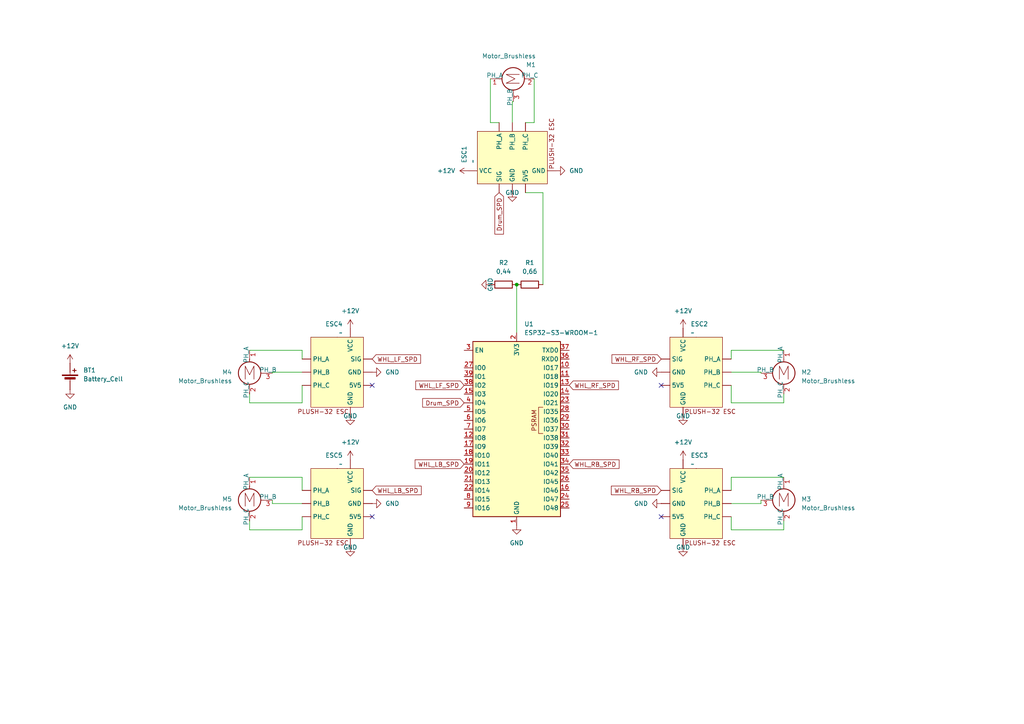
<source format=kicad_sch>
(kicad_sch (version 20231120) (generator "eeschema") (generator_version "8.0")
  (paper "A4")
  (lib_symbols
    (symbol "Bozhos_Lib:Motor_Brushless" (pin_names (offset 0))
      (property "Reference" "M" (at 2.54 2.54 0))
      (property "Value" "Motor_Brushless" (at 2.54 -5.08 0))
      (symbol "Motor_Brushless_0_0"
        (polyline (pts (xy -1.27 -3.302) (xy -1.27 0.508) (xy 0 -2.032) (xy 1.27 0.508) (xy 1.27 -3.302)))
      )
      (symbol "Motor_Brushless_0_1"
        (circle (center 0 -1.524) (radius 3.2512) (stroke (width 0.254)))
        (polyline (pts (xy -3.2607 -1.5725) (xy -4.0735 -1.5725)))
        (polyline (pts (xy 0 -7.62) (xy 0 -7.112)))
        (polyline (pts (xy 0 -4.7752) (xy 0 -5.1816)))
        (polyline (pts (xy 0 1.7272) (xy 0 2.54)))
        (polyline (pts (xy 0 2.032) (xy 0 2.54)))
      )
      (symbol "Motor_Brushless_1_1"
        (pin passive line (at 0 5.08 270) (length 2.54) (name "PH_A") (number "1"))
        (pin passive line (at 0 -7.62 90) (length 2.54) (name "PH_C") (number "2"))
        (pin passive line (at -6.6121 -1.5727 0) (length 2.54) (name "PH_B") (number "3"))
      )
    )
    (symbol "Bozhos_Lib:Plush_32_ESC"
      (property "Reference" "ESC?" (at 0.508 11.43 0))
      (symbol "Plush_32_ESC_0_1"
        (rectangle (start -7.62 10.16) (end 7.62 -10.16) (fill (type background)))
        (rectangle (start 0 10.16) (end 0 10.16))
        (rectangle (start 0 10.16) (end 0 10.16))
      )
      (symbol "Plush_32_ESC_1_1"
        (text "PLUSH-32 ESC" (at 4.064 -11.43 0) (effects (font (size 1.27 1.27))))
        (pin power_out line (at -10.16 -3.81 0) (length 2.54) (name "5V5") (number ""))
        (pin power_out line (at -10.16 0 0) (length 2.54) (name "GND") (number ""))
        (pin power_in line (at -3.81 -12.7 90) (length 2.54) (name "GND") (number ""))
        (pin output line (at 10.16 3.81 180) (length 2.54) (name "PH_A") (number ""))
        (pin output line (at 10.16 0 180) (length 2.54) (name "PH_B") (number ""))
        (pin output line (at 10.16 -3.81 180) (length 2.54) (name "PH_C") (number ""))
        (pin input line (at -10.16 3.81 0) (length 2.54) (name "SIG") (number ""))
        (pin power_in line (at -3.81 12.7 270) (length 2.54) (name "VCC") (number ""))
      )
    )
    (symbol "Device:Battery_Cell" (pin_numbers hide) (pin_names (offset 0) hide)
      (property "Reference" "BT" (at 2.54 2.54 0))
      (property "Value" "Battery_Cell" (at 2.54 0 0))
      (symbol "Battery_Cell_0_1"
        (rectangle (start -2.286 1.778) (end 2.286 1.524) (fill (type outline)))
        (rectangle (start -1.524 1.016) (end 1.524 0.508) (fill (type outline)))
        (polyline (pts (xy 0 0.762) (xy 0 0)))
        (polyline (pts (xy 0 1.778) (xy 0 2.54)))
        (polyline (pts (xy 0.762 3.048) (xy 1.778 3.048)) (stroke (width 0.254)))
        (polyline (pts (xy 1.27 3.556) (xy 1.27 2.54)) (stroke (width 0.254)))
      )
      (symbol "Battery_Cell_1_1"
        (pin passive line (at 0 5.08 270) (length 2.54) (name "+") (number "1"))
        (pin passive line (at 0 -2.54 90) (length 2.54) (name "-") (number "2"))
      )
    )
    (symbol "Device:R" (pin_numbers hide) (pin_names (offset 0))
      (property "Reference" "R" (at 2.032 0 90))
      (property "Value" "R" (at 0 0 90))
      (symbol "R_0_1"
        (rectangle (start -1.016 -2.54) (end 1.016 2.54) (stroke (width 0.254)))
      )
      (symbol "R_1_1"
        (pin passive line (at 0 3.81 270) (length 1.27) (name "~") (number "1"))
        (pin passive line (at 0 -3.81 90) (length 1.27) (name "~") (number "2"))
      )
    )
    (symbol "RF_Module:ESP32-S3-WROOM-1"
      (property "Reference" "U" (at -12.7 26.67 0))
      (property "Value" "ESP32-S3-WROOM-1" (at 12.7 26.67 0))
      (symbol "ESP32-S3-WROOM-1_0_0"
        (rectangle (start -12.7 25.4) (end 12.7 -25.4) (stroke (width 0.254)) (fill (type background)))
        (text "PSRAM" (at 5.08 2.54 900) (effects (font (size 1.27 1.27))))
      )
      (symbol "ESP32-S3-WROOM-1_0_1"
        (polyline (pts (xy 7.62 -1.27) (xy 6.35 -1.27) (xy 6.35 6.35) (xy 7.62 6.35)))
      )
      (symbol "ESP32-S3-WROOM-1_1_1"
        (pin power_in line (at 0 -27.94 90) (length 2.54) (name "GND") (number "1"))
        (pin bidirectional line (at 15.24 17.78 180) (length 2.54) (name "IO17") (number "10"))
        (pin bidirectional line (at 15.24 15.24 180) (length 2.54) (name "IO18") (number "11"))
        (pin bidirectional line (at -15.24 -2.54 0) (length 2.54) (name "IO8") (number "12"))
        (pin bidirectional line (at 15.24 12.7 180) (length 2.54) (name "IO19") (number "13"))
        (pin bidirectional line (at 15.24 10.16 180) (length 2.54) (name "IO20") (number "14"))
        (pin bidirectional line (at -15.24 10.16 0) (length 2.54) (name "IO3") (number "15"))
        (pin bidirectional line (at 15.24 -17.78 180) (length 2.54) (name "IO46") (number "16"))
        (pin bidirectional line (at -15.24 -5.08 0) (length 2.54) (name "IO9") (number "17"))
        (pin bidirectional line (at -15.24 -7.62 0) (length 2.54) (name "IO10") (number "18"))
        (pin bidirectional line (at -15.24 -10.16 0) (length 2.54) (name "IO11") (number "19"))
        (pin power_in line (at 0 27.94 270) (length 2.54) (name "3V3") (number "2"))
        (pin bidirectional line (at -15.24 -12.7 0) (length 2.54) (name "IO12") (number "20"))
        (pin bidirectional line (at -15.24 -15.24 0) (length 2.54) (name "IO13") (number "21"))
        (pin bidirectional line (at -15.24 -17.78 0) (length 2.54) (name "IO14") (number "22"))
        (pin bidirectional line (at 15.24 7.62 180) (length 2.54) (name "IO21") (number "23"))
        (pin bidirectional line (at 15.24 -20.32 180) (length 2.54) (name "IO47") (number "24"))
        (pin bidirectional line (at 15.24 -22.86 180) (length 2.54) (name "IO48") (number "25"))
        (pin bidirectional line (at 15.24 -15.24 180) (length 2.54) (name "IO45") (number "26"))
        (pin bidirectional line (at -15.24 17.78 0) (length 2.54) (name "IO0") (number "27"))
        (pin bidirectional line (at 15.24 5.08 180) (length 2.54) (name "IO35") (number "28"))
        (pin bidirectional line (at 15.24 2.54 180) (length 2.54) (name "IO36") (number "29"))
        (pin input line (at -15.24 22.86 0) (length 2.54) (name "EN") (number "3"))
        (pin bidirectional line (at 15.24 0 180) (length 2.54) (name "IO37") (number "30"))
        (pin bidirectional line (at 15.24 -2.54 180) (length 2.54) (name "IO38") (number "31"))
        (pin bidirectional line (at 15.24 -5.08 180) (length 2.54) (name "IO39") (number "32"))
        (pin bidirectional line (at 15.24 -7.62 180) (length 2.54) (name "IO40") (number "33"))
        (pin bidirectional line (at 15.24 -10.16 180) (length 2.54) (name "IO41") (number "34"))
        (pin bidirectional line (at 15.24 -12.7 180) (length 2.54) (name "IO42") (number "35"))
        (pin bidirectional line (at 15.24 20.32 180) (length 2.54) (name "RXD0") (number "36"))
        (pin bidirectional line (at 15.24 22.86 180) (length 2.54) (name "TXD0") (number "37"))
        (pin bidirectional line (at -15.24 12.7 0) (length 2.54) (name "IO2") (number "38"))
        (pin bidirectional line (at -15.24 15.24 0) (length 2.54) (name "IO1") (number "39"))
        (pin bidirectional line (at -15.24 7.62 0) (length 2.54) (name "IO4") (number "4"))
        (pin passive line (at 0 -27.94 90) (length 2.54) hide (name "GND") (number "40"))
        (pin passive line (at 0 -27.94 90) (length 2.54) hide (name "GND") (number "41"))
        (pin bidirectional line (at -15.24 5.08 0) (length 2.54) (name "IO5") (number "5"))
        (pin bidirectional line (at -15.24 2.54 0) (length 2.54) (name "IO6") (number "6"))
        (pin bidirectional line (at -15.24 0 0) (length 2.54) (name "IO7") (number "7"))
        (pin bidirectional line (at -15.24 -20.32 0) (length 2.54) (name "IO15") (number "8"))
        (pin bidirectional line (at -15.24 -22.86 0) (length 2.54) (name "IO16") (number "9"))
      )
    )
    (symbol "power:+12V" (power) (pin_numbers hide) (pin_names (offset 0) hide)
      (property "Value" "+12V" (at 0 3.556 0))
      (symbol "+12V_0_1"
        (polyline (pts (xy -0.762 1.27) (xy 0 2.54)))
        (polyline (pts (xy 0 0) (xy 0 2.54)))
        (polyline (pts (xy 0 2.54) (xy 0.762 1.27)))
      )
      (symbol "+12V_1_1"
        (pin power_in line (at 0 0 90) (length 0) (name "~") (number "1"))
      )
    )
    (symbol "power:GND" (power) (pin_numbers hide) (pin_names (offset 0) hide)
      (property "Value" "GND" (at 0 -3.81 0))
      (symbol "GND_0_1"
        (polyline (pts (xy 0 0) (xy 0 -1.27) (xy 1.27 -1.27) (xy 0 -2.54) (xy -1.27 -1.27) (xy 0 -1.27)))
      )
      (symbol "GND_1_1"
        (pin power_in line (at 0 0 270) (length 0) (name "~") (number "1"))
      )
    )
  )
  (junction (at 149.86 82.55))
  (no_connect (at 107.95 111.76))
  (no_connect (at 191.77 149.86))
  (no_connect (at 107.95 149.86))
  (no_connect (at 191.77 111.76))
  (wire (pts (xy 157.48 55.88) (xy 152.4 55.88)))
  (wire (pts (xy 148.59 35.56) (xy 148.59 29.4721)))
  (wire (pts (xy 142.24 22.86) (xy 142.24 35.56)))
  (wire (pts (xy 148.59 29.4721) (xy 148.8927 29.4721)))
  (wire (pts (xy 72.39 153.67) (xy 72.39 151.13)))
  (wire (pts (xy 87.63 142.24) (xy 87.63 138.43)))
  (wire (pts (xy 149.86 82.55) (xy 149.86 96.52)))
  (wire (pts (xy 220.7179 146.05) (xy 220.7179 145.0827)))
  (wire (pts (xy 87.63 101.6) (xy 72.39 101.6)))
  (wire (pts (xy 212.09 107.95) (xy 220.7179 107.95)))
  (wire (pts (xy 212.09 142.24) (xy 212.09 138.43)))
  (wire (pts (xy 142.24 35.56) (xy 144.78 35.56)))
  (wire (pts (xy 72.39 116.84) (xy 72.39 114.3)))
  (wire (pts (xy 212.09 116.84) (xy 227.33 116.84)))
  (wire (pts (xy 157.48 55.88) (xy 157.48 82.55)))
  (wire (pts (xy 220.7179 107.95) (xy 220.7179 108.2527)))
  (wire (pts (xy 87.63 138.43) (xy 72.39 138.43)))
  (wire (pts (xy 227.33 116.84) (xy 227.33 114.3)))
  (wire (pts (xy 212.09 101.6) (xy 227.33 101.6)))
  (wire (pts (xy 87.63 146.05) (xy 79.0021 146.05)))
  (wire (pts (xy 87.63 116.84) (xy 72.39 116.84)))
  (wire (pts (xy 87.63 104.14) (xy 87.63 101.6)))
  (wire (pts (xy 87.63 116.84) (xy 87.63 111.76)))
  (wire (pts (xy 87.63 153.67) (xy 72.39 153.67)))
  (wire (pts (xy 212.09 153.67) (xy 227.33 153.67)))
  (wire (pts (xy 154.94 35.56) (xy 152.4 35.56)))
  (wire (pts (xy 87.63 153.67) (xy 87.63 149.86)))
  (wire (pts (xy 212.09 146.05) (xy 220.7179 146.05)))
  (wire (pts (xy 154.94 22.86) (xy 154.94 35.56)))
  (wire (pts (xy 227.33 153.67) (xy 227.33 151.13)))
  (wire (pts (xy 79.0021 146.05) (xy 79.0021 145.0827)))
  (wire (pts (xy 79.0021 107.95) (xy 79.0021 108.2527)))
  (wire (pts (xy 212.09 116.84) (xy 212.09 111.76)))
  (wire (pts (xy 212.09 104.14) (xy 212.09 101.6)))
  (wire (pts (xy 212.09 138.43) (xy 227.33 138.43)))
  (wire (pts (xy 212.09 153.67) (xy 212.09 149.86)))
  (wire (pts (xy 87.63 107.95) (xy 79.0021 107.95)))
  (global_label "WHL_LB_SPD" (shape input) (at 134.62 134.62 180) (property "Intersheetrefs" "${INTERSHEET_REFS}" (effects (hide yes))))
  (global_label "Drum_SPD" (shape input) (at 134.62 116.84 180) (property "Intersheetrefs" "${INTERSHEET_REFS}" (effects (hide yes))))
  (global_label "WHL_LB_SPD" (shape input) (at 107.95 142.24 0) (property "Intersheetrefs" "${INTERSHEET_REFS}" (effects (hide yes))))
  (global_label "WHL_LF_SPD" (shape input) (at 107.95 104.14 0) (property "Intersheetrefs" "${INTERSHEET_REFS}" (effects (hide yes))))
  (global_label "WHL_RB_SPD" (shape input) (at 191.77 142.24 180) (property "Intersheetrefs" "${INTERSHEET_REFS}" (effects (hide yes))))
  (global_label "WHL_RF_SPD" (shape input) (at 165.1 111.76 0) (property "Intersheetrefs" "${INTERSHEET_REFS}" (effects (hide yes))))
  (global_label "WHL_RB_SPD" (shape input) (at 165.1 134.62 0) (property "Intersheetrefs" "${INTERSHEET_REFS}" (effects (hide yes))))
  (global_label "Drum_SPD" (shape input) (at 144.78 55.88 270) (property "Intersheetrefs" "${INTERSHEET_REFS}" (effects (hide yes))))
  (global_label "WHL_RF_SPD" (shape input) (at 191.77 104.14 180) (property "Intersheetrefs" "${INTERSHEET_REFS}" (effects (hide yes))))
  (global_label "WHL_LF_SPD" (shape input) (at 134.62 111.76 180) (property "Intersheetrefs" "${INTERSHEET_REFS}" (effects (hide yes))))
  (symbol (lib_id "Bozhos_Lib:Motor_Brushless") (at 227.33 106.68 0) (unit 1)
    (property "Reference" "M2" (at 232.41 107.9499 0) (effects (justify left)))
    (property "Value" "Motor_Brushless" (at 232.41 110.4899 0) (effects (justify left)))
    (property "Description" "Brushless" (effects (hide yes)))
  )
  (symbol (lib_name "Bozhos_Lib:Plush_32_ESC") (lib_id "Bozhos_Lib:Plush_32_ESC") (at 97.79 146.05 0) (mirror y) (unit 1)
    (property "Reference" "ESC5" (at 99.4059 132.08 0) (effects (justify left)))
    (property "Value" "~" (at 99.4059 134.62 0) (effects (justify left)))
  )
  (symbol (lib_id "Bozhos_Lib:Motor_Brushless") (at 72.39 143.51 0) (mirror y) (unit 1)
    (property "Reference" "M5" (at 67.31 144.7799 0) (effects (justify left)))
    (property "Value" "Motor_Brushless" (at 67.31 147.3199 0) (effects (justify left)))
    (property "Description" "Brushless" (effects (hide yes)))
  )
  (symbol (lib_id "power:+12V") (at 135.89 49.53 90) (unit 1)
    (property "Reference" "#PWR011" (effects (hide yes)))
    (property "Value" "+12V" (at 132.08 49.5299 90) (effects (justify left)))
    (property "Description" "Power symbol creates a global label with name \"+12V\"" (effects (hide yes)))
  )
  (symbol (lib_id "Device:R") (at 153.67 82.55 90) (unit 1)
    (property "Reference" "R1" (at 153.67 76.2 90))
    (property "Value" "0,66" (at 153.67 78.74 90))
    (property "Description" "Resistor" (effects (hide yes)))
  )
  (symbol (lib_id "power:+12V") (at 198.12 95.25 0) (unit 1)
    (property "Reference" "#PWR014" (effects (hide yes)))
    (property "Value" "+12V" (at 198.12 90.17 0))
    (property "Description" "Power symbol creates a global label with name \"+12V\"" (effects (hide yes)))
  )
  (symbol (lib_id "power:GND") (at 101.6 158.75 0) (unit 1)
    (property "Reference" "#PWR017" (effects (hide yes)))
    (property "Value" "GND" (at 101.6 158.75 0))
    (property "Description" "Power symbol creates a global label with name \"GND\" , ground" (effects (hide yes)))
  )
  (symbol (lib_id "Device:Battery_Cell") (at 20.32 110.49 0) (unit 1)
    (property "Reference" "BT1" (at 24.13 107.3784 0) (effects (justify left)))
    (property "Value" "Battery_Cell" (at 24.13 109.9184 0) (effects (justify left)))
    (property "Description" "Single-cell battery" (effects (hide yes)))
  )
  (symbol (lib_id "power:GND") (at 20.32 113.03 0) (unit 1)
    (property "Reference" "#PWR01" (effects (hide yes)))
    (property "Value" "GND" (at 20.32 118.11 0))
    (property "Description" "Power symbol creates a global label with name \"GND\" , ground" (effects (hide yes)))
  )
  (symbol (lib_id "power:GND") (at 142.24 82.55 270) (unit 1)
    (property "Reference" "#PWR02" (effects (hide yes)))
    (property "Value" "GND" (at 142.24 82.55 0))
    (property "Description" "Power symbol creates a global label with name \"GND\" , ground" (effects (hide yes)))
  )
  (symbol (lib_id "Bozhos_Lib:Motor_Brushless") (at 72.39 106.68 0) (mirror y) (unit 1)
    (property "Reference" "M4" (at 67.31 107.9499 0) (effects (justify left)))
    (property "Value" "Motor_Brushless" (at 67.31 110.4899 0) (effects (justify left)))
    (property "Description" "Brushless" (effects (hide yes)))
  )
  (symbol (lib_id "RF_Module:ESP32-S3-WROOM-1") (at 149.86 124.46 0) (unit 1)
    (property "Reference" "U1" (at 152.0541 93.98 0) (effects (justify left)))
    (property "Value" "ESP32-S3-WROOM-1" (at 152.0541 96.52 0) (effects (justify left)))
    (property "Footprint" "RF_Module:ESP32-S3-WROOM-1" (effects (hide yes)))
    (property "Datasheet" "https://www.espressif.com/sites/default/files/documentation/esp32-s3-wroom-1_wroom-1u_datasheet_en.pdf" (effects (hide yes)))
    (property "Description" "RF Module, ESP32-S3 SoC, Wi-Fi 802.11b/g/n, Bluetooth, BLE, 32-bit, 3.3V, onboard antenna, SMD" (effects (hide yes)))
  )
  (symbol (lib_id "power:GND") (at 107.95 146.05 90) (unit 1)
    (property "Reference" "#PWR06" (effects (hide yes)))
    (property "Value" "GND" (at 111.76 146.0499 90) (effects (justify right)))
    (property "Description" "Power symbol creates a global label with name \"GND\" , ground" (effects (hide yes)))
  )
  (symbol (lib_id "power:GND") (at 148.59 55.88 0) (unit 1)
    (property "Reference" "#PWR04" (effects (hide yes)))
    (property "Value" "GND" (at 148.59 55.88 0))
    (property "Description" "Power symbol creates a global label with name \"GND\" , ground" (effects (hide yes)))
  )
  (symbol (lib_id "power:GND") (at 191.77 146.05 270) (mirror x) (unit 1)
    (property "Reference" "#PWR09" (effects (hide yes)))
    (property "Value" "GND" (at 187.96 146.0499 90) (effects (justify right)))
    (property "Description" "Power symbol creates a global label with name \"GND\" , ground" (effects (hide yes)))
  )
  (symbol (lib_name "Bozhos_Lib:Plush_32_ESC") (lib_id "Bozhos_Lib:Plush_32_ESC") (at 201.93 107.95 0) (unit 1)
    (property "Reference" "ESC2" (at 200.3141 93.98 0) (effects (justify left)))
    (property "Value" "~" (at 200.3141 96.52 0) (effects (justify left)))
  )
  (symbol (lib_id "Bozhos_Lib:Motor_Brushless") (at 227.33 143.51 0) (unit 1)
    (property "Reference" "M3" (at 232.41 144.7799 0) (effects (justify left)))
    (property "Value" "Motor_Brushless" (at 232.41 147.3199 0) (effects (justify left)))
    (property "Description" "Brushless" (effects (hide yes)))
  )
  (symbol (lib_id "power:GND") (at 101.6 120.65 0) (unit 1)
    (property "Reference" "#PWR016" (effects (hide yes)))
    (property "Value" "GND" (at 101.6 120.65 0))
    (property "Description" "Power symbol creates a global label with name \"GND\" , ground" (effects (hide yes)))
  )
  (symbol (lib_id "power:GND") (at 198.12 120.65 0) (unit 1)
    (property "Reference" "#PWR019" (effects (hide yes)))
    (property "Value" "GND" (at 198.12 120.65 0))
    (property "Description" "Power symbol creates a global label with name \"GND\" , ground" (effects (hide yes)))
  )
  (symbol (lib_id "power:GND") (at 149.86 152.4 0) (unit 1)
    (property "Reference" "#PWR05" (effects (hide yes)))
    (property "Value" "GND" (at 149.86 157.48 0))
    (property "Description" "Power symbol creates a global label with name \"GND\" , ground" (effects (hide yes)))
  )
  (symbol (lib_id "power:GND") (at 161.29 49.53 90) (unit 1)
    (property "Reference" "#PWR03" (effects (hide yes)))
    (property "Value" "GND" (at 165.1 49.5299 90) (effects (justify right)))
    (property "Description" "Power symbol creates a global label with name \"GND\" , ground" (effects (hide yes)))
  )
  (symbol (lib_name "Bozhos_Lib:Plush_32_ESC") (lib_id "Bozhos_Lib:Plush_32_ESC") (at 201.93 146.05 0) (unit 1)
    (property "Reference" "ESC3" (at 200.3141 132.08 0) (effects (justify left)))
    (property "Value" "~" (at 200.3141 134.62 0) (effects (justify left)))
  )
  (symbol (lib_id "power:GND") (at 198.12 158.75 0) (unit 1)
    (property "Reference" "#PWR018" (effects (hide yes)))
    (property "Value" "GND" (at 198.12 158.75 0))
    (property "Description" "Power symbol creates a global label with name \"GND\" , ground" (effects (hide yes)))
  )
  (symbol (lib_id "power:+12V") (at 101.6 95.25 0) (unit 1)
    (property "Reference" "#PWR012" (effects (hide yes)))
    (property "Value" "+12V" (at 101.6 90.17 0))
    (property "Description" "Power symbol creates a global label with name \"+12V\"" (effects (hide yes)))
  )
  (symbol (lib_id "power:+12V") (at 101.6 133.35 0) (unit 1)
    (property "Reference" "#PWR013" (effects (hide yes)))
    (property "Value" "+12V" (at 101.6 128.27 0))
    (property "Description" "Power symbol creates a global label with name \"+12V\"" (effects (hide yes)))
  )
  (symbol (lib_name "Bozhos_Lib:Plush_32_ESC") (lib_id "Bozhos_Lib:Plush_32_ESC") (at 148.59 45.72 90) (unit 1)
    (property "Reference" "ESC1" (at 134.62 47.3359 0) (effects (justify left)))
    (property "Value" "~" (at 137.16 47.3359 0) (effects (justify left)))
  )
  (symbol (lib_id "power:+12V") (at 198.12 133.35 0) (unit 1)
    (property "Reference" "#PWR015" (effects (hide yes)))
    (property "Value" "+12V" (at 198.12 128.27 0))
    (property "Description" "Power symbol creates a global label with name \"+12V\"" (effects (hide yes)))
  )
  (symbol (lib_name "Bozhos_Lib:Plush_32_ESC") (lib_id "Bozhos_Lib:Plush_32_ESC") (at 97.79 107.95 0) (mirror y) (unit 1)
    (property "Reference" "ESC4" (at 99.4059 93.98 0) (effects (justify left)))
    (property "Value" "~" (at 99.4059 96.52 0) (effects (justify left)))
  )
  (symbol (lib_id "Device:R") (at 146.05 82.55 90) (unit 1)
    (property "Reference" "R2" (at 146.05 76.2 90))
    (property "Value" "0,44" (at 146.05 78.74 90))
    (property "Description" "Resistor" (effects (hide yes)))
  )
  (symbol (lib_id "power:GND") (at 191.77 107.95 270) (mirror x) (unit 1)
    (property "Reference" "#PWR08" (effects (hide yes)))
    (property "Value" "GND" (at 187.96 107.9499 90) (effects (justify right)))
    (property "Description" "Power symbol creates a global label with name \"GND\" , ground" (effects (hide yes)))
  )
  (symbol (lib_id "power:+12V") (at 20.32 105.41 0) (unit 1)
    (property "Reference" "#PWR010" (effects (hide yes)))
    (property "Value" "+12V" (at 20.32 100.33 0))
    (property "Description" "Power symbol creates a global label with name \"+12V\"" (effects (hide yes)))
  )
  (symbol (lib_id "power:GND") (at 107.95 107.95 90) (unit 1)
    (property "Reference" "#PWR07" (effects (hide yes)))
    (property "Value" "GND" (at 111.76 107.9499 90) (effects (justify right)))
    (property "Description" "Power symbol creates a global label with name \"GND\" , ground" (effects (hide yes)))
  )
  (symbol (lib_id "Bozhos_Lib:Motor_Brushless") (at 147.32 22.86 90) (unit 1)
    (property "Reference" "M1" (at 155.448 18.796 90) (effects (justify left)))
    (property "Value" "Motor_Brushless" (at 155.448 16.256 90) (effects (justify left)))
    (property "Description" "Brushless" (effects (hide yes)))
  )
)
</source>
